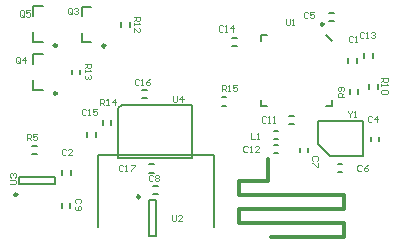
<source format=gto>
G04*
G04 #@! TF.GenerationSoftware,Altium Limited,Altium Designer,22.1.2 (22)*
G04*
G04 Layer_Color=65535*
%FSLAX44Y44*%
%MOMM*%
G71*
G04*
G04 #@! TF.SameCoordinates,13D72DB6-CE64-42D8-9DE0-DE94B983F977*
G04*
G04*
G04 #@! TF.FilePolarity,Positive*
G04*
G01*
G75*
%ADD10C,0.2500*%
%ADD11C,0.1778*%
%ADD12C,0.2000*%
%ADD13C,0.3000*%
%ADD14C,0.1500*%
%ADD15C,0.0800*%
%ADD16C,0.1000*%
D10*
X-282500Y-36701D02*
G03*
X-282500Y-36701I-1250J0D01*
G01*
X-282500Y-77201D02*
G03*
X-282500Y-77201I-1250J0D01*
G01*
X-241500Y-36951D02*
G03*
X-241500Y-36951I-1250J0D01*
G01*
X-316000Y-162951D02*
G03*
X-316000Y-162951I-1250J0D01*
G01*
X-212250Y-164951D02*
G03*
X-212250Y-164951I-1250J0D01*
G01*
X-56500Y-18701D02*
G03*
X-56500Y-18701I-1250J0D01*
G01*
D11*
X-247942Y-190250D02*
X-247750Y-129600D01*
X-149750D02*
X-149550Y-190250D01*
X-149750D02*
Y-129600D01*
X-247750D02*
X-149750D01*
X-247750Y-190250D02*
Y-129600D01*
X-149750D01*
D12*
X-303750Y-128701D02*
X-299750Y-128701D01*
X-303750Y-121701D02*
X-299750D01*
X-302500Y-33701D02*
X-294500D01*
X-302500D02*
Y-25701D01*
Y-3701D02*
X-294500D01*
X-302500Y-11701D02*
Y-3701D01*
X-143000Y-87750D02*
X-139000D01*
X-143000Y-80750D02*
X-139000D01*
X-277750Y-146201D02*
X-277750Y-142201D01*
X-270750Y-146201D02*
Y-142201D01*
X-34500Y-77701D02*
Y-73701D01*
X-27500Y-77701D02*
Y-73701D01*
X-18000Y-73701D02*
Y-69701D01*
X-11000Y-73701D02*
Y-69701D01*
X-302500Y-74201D02*
X-294500D01*
X-302500D02*
Y-66201D01*
Y-44201D02*
X-294500D01*
X-302500Y-52201D02*
Y-44201D01*
X-263000Y-61201D02*
Y-57201D01*
X-270000Y-61201D02*
Y-57201D01*
X-228000Y-20951D02*
Y-16951D01*
X-221000Y-20951D02*
Y-16951D01*
X-261500Y-33951D02*
X-253500D01*
X-261500D02*
Y-25951D01*
Y-3951D02*
X-253500D01*
X-261500Y-11951D02*
Y-3951D01*
X-314250Y-147701D02*
X-284250Y-147701D01*
X-314250Y-153701D02*
X-284250D01*
Y-147701D01*
X-314250Y-153701D02*
Y-147701D01*
X-271250Y-174250D02*
Y-170250D01*
X-278250Y-174250D02*
Y-170250D01*
X-200750Y-162451D02*
X-196750Y-162451D01*
X-200750Y-155451D02*
X-196750D01*
X-210250Y-74201D02*
X-206250D01*
X-210250Y-81201D02*
X-206250D01*
X-204500Y-137451D02*
X-200500Y-137451D01*
X-204500Y-144451D02*
X-200500D01*
X-249750Y-113951D02*
Y-109951D01*
X-256750Y-113951D02*
Y-109951D01*
X-243500Y-104201D02*
Y-100201D01*
X-236500Y-104201D02*
Y-100201D01*
X-198250Y-197951D02*
Y-167951D01*
X-204250Y-197951D02*
Y-167951D01*
Y-197951D02*
X-198250D01*
X-204250Y-167951D02*
X-198250Y-167951D01*
X-52000Y-16201D02*
X-48000D01*
X-52000Y-9201D02*
X-48000D01*
X-134250Y-37201D02*
X-130250D01*
X-134250Y-30201D02*
X-130250D01*
X-15250Y-46951D02*
Y-42951D01*
X-22250Y-46951D02*
Y-42951D01*
X-28750Y-51201D02*
Y-47201D01*
X-35750Y-51201D02*
Y-47201D01*
X-16750Y-117951D02*
Y-113951D01*
X-9750Y-117951D02*
Y-113951D01*
X-109750Y-27701D02*
X-104750D01*
X-109750Y-32701D02*
Y-27701D01*
Y-87701D02*
Y-82701D01*
Y-87701D02*
X-104750D01*
X-54750D02*
X-49750D01*
Y-82701D01*
X-54750Y-27701D02*
X-49750Y-32701D01*
X-44750Y-143701D02*
X-40750D01*
X-44750Y-136701D02*
X-40750D01*
X-61500Y-120201D02*
X-51500Y-130201D01*
X-23500D01*
X-61500Y-100701D02*
X-23500D01*
Y-130201D02*
Y-100701D01*
X-61500Y-120201D02*
Y-100701D01*
X-69750Y-127201D02*
Y-123201D01*
X-76750Y-127201D02*
Y-123201D01*
X-99000Y-127980D02*
X-95000D01*
X-99000Y-120980D02*
X-95000D01*
X-99000Y-116201D02*
X-95000D01*
X-99000Y-109201D02*
X-95000D01*
X-85750Y-103250D02*
X-81750D01*
X-85750Y-96250D02*
X-81750D01*
D13*
X-103500Y-151201D02*
Y-133201D01*
X-128500Y-151201D02*
X-103500D01*
X-128500Y-151201D02*
X-128500Y-151201D01*
X-128500Y-163201D02*
Y-151201D01*
Y-163201D02*
X-39500D01*
Y-175201D02*
Y-163201D01*
X-128500Y-175201D02*
X-39500D01*
X-128500Y-187201D02*
Y-175201D01*
Y-187201D02*
X-39500D01*
Y-199201D02*
Y-187201D01*
X-101500Y-199201D02*
X-39500D01*
D14*
X-230875Y-131951D02*
Y-89951D01*
Y-131951D02*
X-168000Y-131951D01*
Y-86826D01*
X-227750D02*
X-168000D01*
X-230875Y-89951D02*
X-227750Y-86826D01*
D15*
X-310508Y-11377D02*
Y-7885D01*
X-311381Y-7012D01*
X-313127D01*
X-314000Y-7885D01*
Y-11377D01*
X-313127Y-12250D01*
X-311381D01*
X-312254Y-10504D02*
X-310508Y-12250D01*
X-311381D02*
X-310508Y-11377D01*
X-305270Y-7012D02*
X-308762D01*
Y-9631D01*
X-307016Y-8758D01*
X-306143D01*
X-305270Y-9631D01*
Y-11377D01*
X-306143Y-12250D01*
X-307889D01*
X-308762Y-11377D01*
X-88586Y-14298D02*
Y-18664D01*
X-87713Y-19537D01*
X-85967D01*
X-85094Y-18664D01*
Y-14298D01*
X-83348Y-19537D02*
X-81601D01*
X-82474D01*
Y-14298D01*
X-83348Y-15172D01*
X-36250Y-92463D02*
Y-93336D01*
X-34504Y-95082D01*
X-32758Y-93336D01*
Y-92463D01*
X-34504Y-95082D02*
Y-97701D01*
X-31012D02*
X-29266D01*
X-30139D01*
Y-92463D01*
X-31012Y-93336D01*
X-184000Y-79213D02*
Y-83578D01*
X-183127Y-84451D01*
X-181381D01*
X-180508Y-83578D01*
Y-79213D01*
X-176143Y-84451D02*
Y-79213D01*
X-178762Y-81832D01*
X-175270D01*
X-322238Y-153750D02*
X-317873D01*
X-317000Y-152877D01*
Y-151131D01*
X-317873Y-150258D01*
X-322238D01*
X-321365Y-148512D02*
X-322238Y-147639D01*
Y-145893D01*
X-321365Y-145020D01*
X-320492D01*
X-319619Y-145893D01*
Y-146766D01*
Y-145893D01*
X-318746Y-145020D01*
X-317873D01*
X-317000Y-145893D01*
Y-147639D01*
X-317873Y-148512D01*
X-185000Y-179963D02*
Y-184328D01*
X-184127Y-185201D01*
X-182381D01*
X-181508Y-184328D01*
Y-179963D01*
X-176269Y-185201D02*
X-179762D01*
X-176269Y-181709D01*
Y-180836D01*
X-177143Y-179963D01*
X-178889D01*
X-179762Y-180836D01*
X-245750Y-86951D02*
Y-81713D01*
X-243131D01*
X-242258Y-82586D01*
Y-84332D01*
X-243131Y-85205D01*
X-245750D01*
X-244004D02*
X-242258Y-86951D01*
X-240512D02*
X-238766D01*
X-239639D01*
Y-81713D01*
X-240512Y-82586D01*
X-233527Y-86951D02*
Y-81713D01*
X-236146Y-84332D01*
X-232654D01*
X-258750Y-52201D02*
X-253512D01*
Y-54820D01*
X-254385Y-55693D01*
X-256131D01*
X-257004Y-54820D01*
Y-52201D01*
Y-53947D02*
X-258750Y-55693D01*
Y-57439D02*
Y-59185D01*
Y-58312D01*
X-253512D01*
X-254385Y-57439D01*
Y-61804D02*
X-253512Y-62678D01*
Y-64424D01*
X-254385Y-65297D01*
X-255258D01*
X-256131Y-64424D01*
Y-63551D01*
Y-64424D01*
X-257004Y-65297D01*
X-257877D01*
X-258750Y-64424D01*
Y-62678D01*
X-257877Y-61804D01*
X-217250Y-12250D02*
X-212012D01*
Y-14869D01*
X-212885Y-15742D01*
X-214631D01*
X-215504Y-14869D01*
Y-12250D01*
Y-13996D02*
X-217250Y-15742D01*
Y-17488D02*
Y-19234D01*
Y-18361D01*
X-212012D01*
X-212885Y-17488D01*
X-217250Y-25346D02*
Y-21853D01*
X-213758Y-25346D01*
X-212885D01*
X-212012Y-24473D01*
Y-22727D01*
X-212885Y-21853D01*
X-7750Y-64451D02*
X-2512D01*
Y-67070D01*
X-3385Y-67943D01*
X-5131D01*
X-6004Y-67070D01*
Y-64451D01*
Y-66197D02*
X-7750Y-67943D01*
Y-69689D02*
Y-71435D01*
Y-70562D01*
X-2512D01*
X-3385Y-69689D01*
Y-74054D02*
X-2512Y-74928D01*
Y-76674D01*
X-3385Y-77547D01*
X-6877D01*
X-7750Y-76674D01*
Y-74928D01*
X-6877Y-74054D01*
X-3385D01*
X-39500Y-80451D02*
X-44738D01*
Y-77832D01*
X-43865Y-76959D01*
X-42119D01*
X-41246Y-77832D01*
Y-80451D01*
Y-78705D02*
X-39500Y-76959D01*
X-40373Y-75213D02*
X-39500Y-74340D01*
Y-72594D01*
X-40373Y-71720D01*
X-43865D01*
X-44738Y-72594D01*
Y-74340D01*
X-43865Y-75213D01*
X-42992D01*
X-42119Y-74340D01*
Y-71720D01*
X-307750Y-117000D02*
Y-111762D01*
X-305131D01*
X-304258Y-112635D01*
Y-114381D01*
X-305131Y-115254D01*
X-307750D01*
X-306004D02*
X-304258Y-117000D01*
X-299020Y-111762D02*
X-302512D01*
Y-114381D01*
X-300766Y-113508D01*
X-299893D01*
X-299020Y-114381D01*
Y-116127D01*
X-299893Y-117000D01*
X-301639D01*
X-302512Y-116127D01*
X-314008Y-50578D02*
Y-47086D01*
X-314881Y-46213D01*
X-316627D01*
X-317500Y-47086D01*
Y-50578D01*
X-316627Y-51451D01*
X-314881D01*
X-315754Y-49705D02*
X-314008Y-51451D01*
X-314881D02*
X-314008Y-50578D01*
X-309643Y-51451D02*
Y-46213D01*
X-312262Y-48832D01*
X-308769D01*
X-270008Y-9127D02*
Y-5635D01*
X-270881Y-4762D01*
X-272627D01*
X-273500Y-5635D01*
Y-9127D01*
X-272627Y-10000D01*
X-270881D01*
X-271754Y-8254D02*
X-270008Y-10000D01*
X-270881D02*
X-270008Y-9127D01*
X-268262Y-5635D02*
X-267389Y-4762D01*
X-265643D01*
X-264769Y-5635D01*
Y-6508D01*
X-265643Y-7381D01*
X-266516D01*
X-265643D01*
X-264769Y-8254D01*
Y-9127D01*
X-265643Y-10000D01*
X-267389D01*
X-268262Y-9127D01*
X-118451Y-110423D02*
Y-115661D01*
X-114959D01*
X-113213D02*
X-111467D01*
X-112340D01*
Y-110423D01*
X-113213Y-111296D01*
X-226258Y-138836D02*
X-227131Y-137963D01*
X-228877D01*
X-229750Y-138836D01*
Y-142328D01*
X-228877Y-143201D01*
X-227131D01*
X-226258Y-142328D01*
X-224512Y-143201D02*
X-222766D01*
X-223639D01*
Y-137963D01*
X-224512Y-138836D01*
X-220147Y-137963D02*
X-216654D01*
Y-138836D01*
X-220147Y-142328D01*
Y-143201D01*
X-213008Y-66086D02*
X-213881Y-65213D01*
X-215627D01*
X-216500Y-66086D01*
Y-69578D01*
X-215627Y-70451D01*
X-213881D01*
X-213008Y-69578D01*
X-211262Y-70451D02*
X-209516D01*
X-210389D01*
Y-65213D01*
X-211262Y-66086D01*
X-203404Y-65213D02*
X-205150Y-66086D01*
X-206896Y-67832D01*
Y-69578D01*
X-206023Y-70451D01*
X-204277D01*
X-203404Y-69578D01*
Y-68705D01*
X-204277Y-67832D01*
X-206896D01*
X-258008Y-91586D02*
X-258881Y-90713D01*
X-260627D01*
X-261500Y-91586D01*
Y-95078D01*
X-260627Y-95951D01*
X-258881D01*
X-258008Y-95078D01*
X-256262Y-95951D02*
X-254516D01*
X-255389D01*
Y-90713D01*
X-256262Y-91586D01*
X-248404Y-90713D02*
X-251896D01*
Y-93332D01*
X-250150Y-92459D01*
X-249277D01*
X-248404Y-93332D01*
Y-95078D01*
X-249277Y-95951D01*
X-251023D01*
X-251896Y-95078D01*
X-141758Y-20586D02*
X-142631Y-19713D01*
X-144377D01*
X-145250Y-20586D01*
Y-24078D01*
X-144377Y-24951D01*
X-142631D01*
X-141758Y-24078D01*
X-140012Y-24951D02*
X-138266D01*
X-139139D01*
Y-19713D01*
X-140012Y-20586D01*
X-133027Y-24951D02*
Y-19713D01*
X-135646Y-22332D01*
X-132154D01*
X-22508Y-25836D02*
X-23381Y-24963D01*
X-25127D01*
X-26000Y-25836D01*
Y-29328D01*
X-25127Y-30201D01*
X-23381D01*
X-22508Y-29328D01*
X-20762Y-30201D02*
X-19016D01*
X-19889D01*
Y-24963D01*
X-20762Y-25836D01*
X-16396D02*
X-15523Y-24963D01*
X-13777D01*
X-12904Y-25836D01*
Y-26709D01*
X-13777Y-27582D01*
X-14650D01*
X-13777D01*
X-12904Y-28455D01*
Y-29328D01*
X-13777Y-30201D01*
X-15523D01*
X-16396Y-29328D01*
X-121008Y-122615D02*
X-121881Y-121742D01*
X-123627D01*
X-124500Y-122615D01*
Y-126107D01*
X-123627Y-126980D01*
X-121881D01*
X-121008Y-126107D01*
X-119262Y-126980D02*
X-117516D01*
X-118389D01*
Y-121742D01*
X-119262Y-122615D01*
X-111404Y-126980D02*
X-114896D01*
X-111404Y-123488D01*
Y-122615D01*
X-112277Y-121742D01*
X-114023D01*
X-114896Y-122615D01*
X-105758Y-97635D02*
X-106631Y-96762D01*
X-108377D01*
X-109250Y-97635D01*
Y-101127D01*
X-108377Y-102000D01*
X-106631D01*
X-105758Y-101127D01*
X-104012Y-102000D02*
X-102266D01*
X-103139D01*
Y-96762D01*
X-104012Y-97635D01*
X-99647Y-102000D02*
X-97900D01*
X-98773D01*
Y-96762D01*
X-99647Y-97635D01*
X-262885Y-170492D02*
X-262012Y-169619D01*
Y-167873D01*
X-262885Y-167000D01*
X-266377D01*
X-267250Y-167873D01*
Y-169619D01*
X-266377Y-170492D01*
Y-172238D02*
X-267250Y-173111D01*
Y-174857D01*
X-266377Y-175730D01*
X-262885D01*
X-262012Y-174857D01*
Y-173111D01*
X-262885Y-172238D01*
X-263758D01*
X-264631Y-173111D01*
Y-175730D01*
X-201008Y-147086D02*
X-201881Y-146213D01*
X-203627D01*
X-204500Y-147086D01*
Y-150578D01*
X-203627Y-151451D01*
X-201881D01*
X-201008Y-150578D01*
X-199262Y-147086D02*
X-198389Y-146213D01*
X-196643D01*
X-195770Y-147086D01*
Y-147959D01*
X-196643Y-148832D01*
X-195770Y-149705D01*
Y-150578D01*
X-196643Y-151451D01*
X-198389D01*
X-199262Y-150578D01*
Y-149705D01*
X-198389Y-148832D01*
X-199262Y-147959D01*
Y-147086D01*
X-198389Y-148832D02*
X-196643D01*
X-62135Y-134193D02*
X-61262Y-133320D01*
Y-131574D01*
X-62135Y-130701D01*
X-65627D01*
X-66500Y-131574D01*
Y-133320D01*
X-65627Y-134193D01*
X-61262Y-135939D02*
Y-139431D01*
X-62135D01*
X-65627Y-135939D01*
X-66500D01*
X-24508Y-138885D02*
X-25381Y-138012D01*
X-27127D01*
X-28000Y-138885D01*
Y-142377D01*
X-27127Y-143250D01*
X-25381D01*
X-24508Y-142377D01*
X-19269Y-138012D02*
X-21016Y-138885D01*
X-22762Y-140631D01*
Y-142377D01*
X-21889Y-143250D01*
X-20143D01*
X-19269Y-142377D01*
Y-141504D01*
X-20143Y-140631D01*
X-22762D01*
X-70008Y-9385D02*
X-70881Y-8512D01*
X-72627D01*
X-73500Y-9385D01*
Y-12877D01*
X-72627Y-13750D01*
X-70881D01*
X-70008Y-12877D01*
X-64770Y-8512D02*
X-68262D01*
Y-11131D01*
X-66516Y-10258D01*
X-65643D01*
X-64770Y-11131D01*
Y-12877D01*
X-65643Y-13750D01*
X-67389D01*
X-68262Y-12877D01*
X-15508Y-97336D02*
X-16381Y-96463D01*
X-18127D01*
X-19000Y-97336D01*
Y-100828D01*
X-18127Y-101701D01*
X-16381D01*
X-15508Y-100828D01*
X-11142Y-101701D02*
Y-96463D01*
X-13762Y-99082D01*
X-10270D01*
X-275008Y-125135D02*
X-275881Y-124262D01*
X-277627D01*
X-278500Y-125135D01*
Y-128627D01*
X-277627Y-129500D01*
X-275881D01*
X-275008Y-128627D01*
X-269769Y-129500D02*
X-273262D01*
X-269769Y-126008D01*
Y-125135D01*
X-270643Y-124262D01*
X-272389D01*
X-273262Y-125135D01*
X-31508Y-29336D02*
X-32381Y-28463D01*
X-34127D01*
X-35000Y-29336D01*
Y-32828D01*
X-34127Y-33701D01*
X-32381D01*
X-31508Y-32828D01*
X-29762Y-33701D02*
X-28016D01*
X-28889D01*
Y-28463D01*
X-29762Y-29336D01*
D16*
X-142978Y-75520D02*
Y-70281D01*
X-140359D01*
X-139486Y-71154D01*
Y-72900D01*
X-140359Y-73773D01*
X-142978D01*
X-141232D02*
X-139486Y-75520D01*
X-137740D02*
X-135994D01*
X-136867D01*
Y-70281D01*
X-137740Y-71154D01*
X-129882Y-70281D02*
X-133375D01*
Y-72900D01*
X-131629Y-72027D01*
X-130756D01*
X-129882Y-72900D01*
Y-74647D01*
X-130756Y-75520D01*
X-132502D01*
X-133375Y-74647D01*
M02*

</source>
